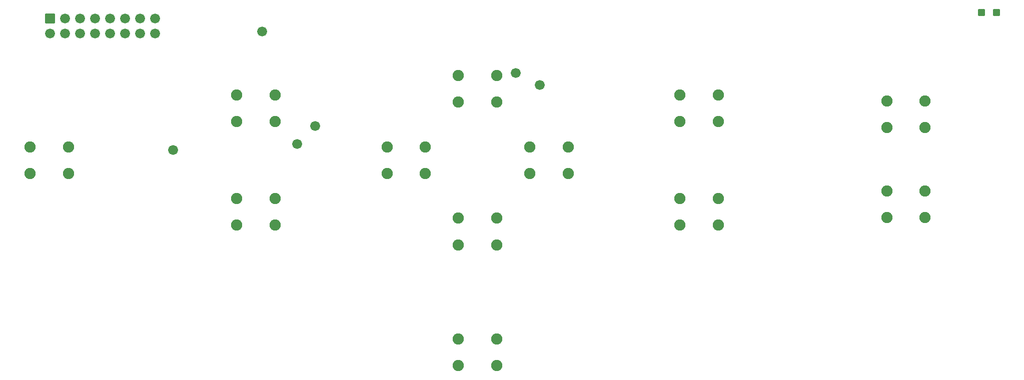
<source format=gts>
G04 Layer: TopSolderMaskLayer*
G04 EasyEDA v6.5.38, 2023-12-05 17:42:35*
G04 681b97978217455484aa44bc4d5c6028,9f3f2715377c499da2f37e4e16011465,10*
G04 Gerber Generator version 0.2*
G04 Scale: 100 percent, Rotated: No, Reflected: No *
G04 Dimensions in millimeters *
G04 leading zeros omitted , absolute positions ,4 integer and 5 decimal *
%FSLAX45Y45*%
%MOMM*%

%AMMACRO1*1,1,$1,$2,$3*1,1,$1,$4,$5*1,1,$1,0-$2,0-$3*1,1,$1,0-$4,0-$5*20,1,$1,$2,$3,$4,$5,0*20,1,$1,$4,$5,0-$2,0-$3,0*20,1,$1,0-$2,0-$3,0-$4,0-$5,0*20,1,$1,0-$4,0-$5,$2,$3,0*4,1,4,$2,$3,$4,$5,0-$2,0-$3,0-$4,0-$5,$2,$3,0*%
%ADD10MACRO1,0.1016X0.5175X-0.5163X-0.5175X-0.5163*%
%ADD11C,1.9016*%
%ADD12C,1.6764*%
%ADD13MACRO1,0.1016X-0.7874X-0.7874X0.7874X-0.7874*%

%LPD*%
D10*
G01*
X18078030Y12124982D03*
G01*
X18332030Y12124982D03*
D11*
G01*
X1974875Y9850023D03*
G01*
X1974875Y9399935D03*
G01*
X2625115Y9850023D03*
G01*
X2625115Y9399935D03*
G01*
X6125108Y10274935D03*
G01*
X6125108Y10725022D03*
G01*
X5474868Y10274935D03*
G01*
X5474868Y10725022D03*
G01*
X6125108Y8524938D03*
G01*
X6125108Y8975026D03*
G01*
X5474868Y8524938D03*
G01*
X5474868Y8975026D03*
G01*
X8016364Y9850023D03*
G01*
X8016364Y9399935D03*
G01*
X8666606Y9850023D03*
G01*
X8666606Y9399935D03*
G01*
X11083597Y9399938D03*
G01*
X11083597Y9850023D03*
G01*
X10433357Y9399938D03*
G01*
X10433357Y9850023D03*
G01*
X9224860Y11058522D03*
G01*
X9224860Y10608434D03*
G01*
X9875100Y11058522D03*
G01*
X9875100Y10608434D03*
G01*
X9875100Y8191439D03*
G01*
X9875100Y8641527D03*
G01*
X9224860Y8191439D03*
G01*
X9224860Y8641527D03*
G01*
X12974853Y10725022D03*
G01*
X12974853Y10274935D03*
G01*
X13625093Y10725022D03*
G01*
X13625093Y10274935D03*
G01*
X13625093Y8524938D03*
G01*
X13625093Y8975026D03*
G01*
X12974853Y8524938D03*
G01*
X12974853Y8975026D03*
G01*
X16474846Y10625020D03*
G01*
X16474846Y10174932D03*
G01*
X17125086Y10625020D03*
G01*
X17125086Y10174932D03*
G01*
X17125086Y8649939D03*
G01*
X17125086Y9100027D03*
G01*
X16474846Y8649939D03*
G01*
X16474846Y9100027D03*
G01*
X9875100Y6149944D03*
G01*
X9875100Y6600032D03*
G01*
X9224860Y6149944D03*
G01*
X9224860Y6600032D03*
D12*
G01*
X4088891Y11772900D03*
G01*
X4088891Y12026900D03*
G01*
X3834891Y11772900D03*
G01*
X3834891Y12026900D03*
G01*
X3580891Y11772900D03*
G01*
X3580891Y12026900D03*
G01*
X3326891Y11772900D03*
G01*
X3326891Y12026900D03*
G01*
X3072891Y11772900D03*
G01*
X3072891Y12026900D03*
G01*
X2818891Y11772900D03*
G01*
X2818891Y12026900D03*
G01*
X2564891Y11772900D03*
G01*
X2564891Y12026900D03*
G01*
X2310891Y11772900D03*
D13*
G01*
X2310892Y12026900D03*
D12*
G01*
X4400041Y9800081D03*
G01*
X10599978Y10899978D03*
G01*
X6799986Y10199979D03*
G01*
X6499986Y9899980D03*
G01*
X10199979Y11099977D03*
G01*
X5899988Y11799976D03*
M02*

</source>
